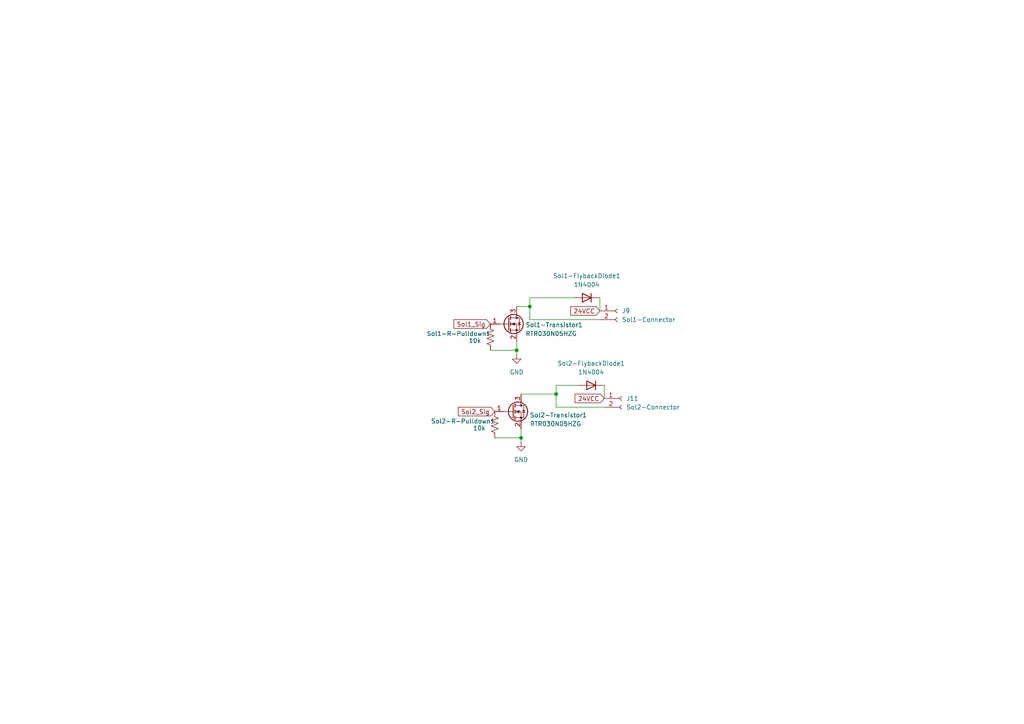
<source format=kicad_sch>
(kicad_sch (version 20250114) (generator "eeschema") (generator_version "9.0")
  (paper "A4")
  (lib_symbols
    (symbol "Connector:Conn_01x02_Socket" (pin_names (offset 1.016) (hide yes))
      (property "Reference" "J" (at 0 2.54 0))
      (property "Value" "Conn_01x02_Socket" (at 0 -5.08 0))
      (symbol "Conn_01x02_Socket_1_1"
        (polyline (pts (xy -1.27 0) (xy -0.508 0)) (stroke (width 0.1524)))
        (polyline (pts (xy -1.27 -2.54) (xy -0.508 -2.54)) (stroke (width 0.1524)))
        (arc (start 0 -0.508) (mid -0.5058 0) (end 0 0.508) (stroke (width 0.1524)))
        (arc (start 0 -3.048) (mid -0.5058 -2.54) (end 0 -2.032) (stroke (width 0.1524)))
        (pin passive line (at -5.08 0 0) (length 3.81) (name "Pin_1") (number "1"))
        (pin passive line (at -5.08 -2.54 0) (length 3.81) (name "Pin_2") (number "2"))
      )
    )
    (symbol "DMG3406L_1" (pin_names (offset 0) (hide yes))
      (property "Reference" "Sol1-Transistor1" (at 5.08 -0.254 0))
      (property "Value" "RTR030N05HZG" (at 5.08 -2.794 0))
      (symbol "DMG3406L_1_0_1"
        (polyline (pts (xy 0.254 1.905) (xy 0.254 -1.905)) (stroke (width 0.254)))
        (polyline (pts (xy 0.254 0) (xy -2.54 0)))
        (polyline (pts (xy 0.762 2.286) (xy 0.762 1.27)) (stroke (width 0.254)))
        (polyline (pts (xy 0.762 0.508) (xy 0.762 -0.508)) (stroke (width 0.254)))
        (polyline (pts (xy 0.762 -1.27) (xy 0.762 -2.286)) (stroke (width 0.254)))
        (polyline (pts (xy 0.762 -1.778) (xy 3.302 -1.778) (xy 3.302 1.778) (xy 0.762 1.778)))
        (polyline (pts (xy 1.016 0) (xy 2.032 0.381) (xy 2.032 -0.381) (xy 1.016 0)) (fill (type outline)))
        (circle (center 1.651 0) (radius 2.794) (stroke (width 0.254)))
        (polyline (pts (xy 2.54 2.54) (xy 2.54 1.778)))
        (circle (center 2.54 1.778) (radius 0.254) (fill (type outline)))
        (circle (center 2.54 -1.778) (radius 0.254) (fill (type outline)))
        (polyline (pts (xy 2.54 -2.54) (xy 2.54 0) (xy 0.762 0)))
        (polyline (pts (xy 2.921 0.381) (xy 3.683 0.381)))
        (polyline (pts (xy 3.302 0.381) (xy 2.921 -0.254) (xy 3.683 -0.254) (xy 3.302 0.381)))
      )
      (symbol "DMG3406L_1_1_1"
        (pin input line (at -5.08 0 0) (length 2.54) (name "G") (number "1"))
        (pin passive line (at 2.54 5.08 270) (length 2.54) (name "D") (number "3"))
        (pin passive line (at 2.54 -5.08 90) (length 2.54) (name "S") (number "2"))
      )
    )
    (symbol "Device:D" (pin_numbers (hide yes)) (pin_names (offset 1.016) (hide yes))
      (property "Reference" "D" (at 0 2.54 0))
      (property "Value" "D" (at 0 -2.54 0))
      (symbol "D_0_1"
        (polyline (pts (xy -1.27 1.27) (xy -1.27 -1.27)) (stroke (width 0.254)))
        (polyline (pts (xy 1.27 1.27) (xy 1.27 -1.27) (xy -1.27 0) (xy 1.27 1.27)) (stroke (width 0.254)))
        (polyline (pts (xy 1.27 0) (xy -1.27 0)))
      )
      (symbol "D_1_1"
        (pin passive line (at -3.81 0 0) (length 2.54) (name "K") (number "1"))
        (pin passive line (at 3.81 0 180) (length 2.54) (name "A") (number "2"))
      )
    )
    (symbol "Device:R_US" (pin_numbers (hide yes)) (pin_names (offset 0))
      (property "Reference" "R" (at 2.54 0 90))
      (property "Value" "R_US" (at -2.54 0 90))
      (symbol "R_US_0_1"
        (polyline (pts (xy 0 2.286) (xy 0 2.54)))
        (polyline (pts (xy 0 2.286) (xy 1.016 1.905) (xy 0 1.524) (xy -1.016 1.143) (xy 0 0.762)))
        (polyline (pts (xy 0 0.762) (xy 1.016 0.381) (xy 0 0) (xy -1.016 -0.381) (xy 0 -0.762)))
        (polyline (pts (xy 0 -0.762) (xy 1.016 -1.143) (xy 0 -1.524) (xy -1.016 -1.905) (xy 0 -2.286)))
        (polyline (pts (xy 0 -2.286) (xy 0 -2.54)))
      )
      (symbol "R_US_1_1"
        (pin passive line (at 0 3.81 270) (length 1.27) (name "~") (number "1"))
        (pin passive line (at 0 -3.81 90) (length 1.27) (name "~") (number "2"))
      )
    )
    (symbol "Transistor_FET:DMG3406L" (pin_names (offset 0) (hide yes))
      (property "Reference" "Sol2-Transistor1" (at 5.08 -1.016 0))
      (property "Value" "RTR030N05HZG" (at 5.08 -3.556 0))
      (symbol "DMG3406L_0_1"
        (polyline (pts (xy 0.254 1.905) (xy 0.254 -1.905)) (stroke (width 0.254)))
        (polyline (pts (xy 0.254 0) (xy -2.54 0)))
        (polyline (pts (xy 0.762 2.286) (xy 0.762 1.27)) (stroke (width 0.254)))
        (polyline (pts (xy 0.762 0.508) (xy 0.762 -0.508)) (stroke (width 0.254)))
        (polyline (pts (xy 0.762 -1.27) (xy 0.762 -2.286)) (stroke (width 0.254)))
        (polyline (pts (xy 0.762 -1.778) (xy 3.302 -1.778) (xy 3.302 1.778) (xy 0.762 1.778)))
        (polyline (pts (xy 1.016 0) (xy 2.032 0.381) (xy 2.032 -0.381) (xy 1.016 0)) (fill (type outline)))
        (circle (center 1.651 0) (radius 2.794) (stroke (width 0.254)))
        (polyline (pts (xy 2.54 2.54) (xy 2.54 1.778)))
        (circle (center 2.54 1.778) (radius 0.254) (fill (type outline)))
        (circle (center 2.54 -1.778) (radius 0.254) (fill (type outline)))
        (polyline (pts (xy 2.54 -2.54) (xy 2.54 0) (xy 0.762 0)))
        (polyline (pts (xy 2.921 0.381) (xy 3.683 0.381)))
        (polyline (pts (xy 3.302 0.381) (xy 2.921 -0.254) (xy 3.683 -0.254) (xy 3.302 0.381)))
      )
      (symbol "DMG3406L_1_1"
        (pin input line (at -5.08 0 0) (length 2.54) (name "G") (number "1"))
        (pin passive line (at 2.54 5.08 270) (length 2.54) (name "D") (number "3"))
        (pin passive line (at 2.54 -5.08 90) (length 2.54) (name "S") (number "2"))
      )
    )
    (symbol "power:GND" (power) (pin_numbers (hide yes)) (pin_names (offset 0) (hide yes))
      (property "Value" "GND" (at 0 -3.81 0))
      (symbol "GND_0_1"
        (polyline (pts (xy 0 0) (xy 0 -1.27) (xy 1.27 -1.27) (xy 0 -2.54) (xy -1.27 -1.27) (xy 0 -1.27)))
      )
      (symbol "GND_1_1"
        (pin power_in line (at 0 0 270) (length 0) (name "~") (number "1"))
      )
    )
  )
  (junction (at 161.29 114.3))
  (junction (at 149.86 101.6))
  (junction (at 153.67 88.9))
  (junction (at 151.13 127))
  (wire (pts (xy 153.67 92.71) (xy 153.67 88.9)))
  (wire (pts (xy 153.67 86.36) (xy 166.37 86.36)))
  (wire (pts (xy 153.67 88.9) (xy 149.86 88.9)))
  (wire (pts (xy 161.29 114.3) (xy 151.13 114.3)))
  (wire (pts (xy 173.99 86.36) (xy 173.99 90.17)))
  (wire (pts (xy 149.86 102.87) (xy 149.86 101.6)))
  (wire (pts (xy 142.24 101.6) (xy 149.86 101.6)))
  (wire (pts (xy 151.13 128.27) (xy 151.13 127)))
  (wire (pts (xy 161.29 111.76) (xy 161.29 114.3)))
  (wire (pts (xy 175.26 111.76) (xy 175.26 115.57)))
  (wire (pts (xy 153.67 86.36) (xy 153.67 88.9)))
  (wire (pts (xy 149.86 101.6) (xy 149.86 99.06)))
  (wire (pts (xy 173.99 92.71) (xy 153.67 92.71)))
  (wire (pts (xy 143.51 127) (xy 151.13 127)))
  (wire (pts (xy 167.64 111.76) (xy 161.29 111.76)))
  (wire (pts (xy 161.29 118.11) (xy 161.29 114.3)))
  (wire (pts (xy 175.26 118.11) (xy 161.29 118.11)))
  (wire (pts (xy 151.13 127) (xy 151.13 124.46)))
  (global_label "24VCC" (shape input) (at 173.99 90.17 180) (property "Intersheetrefs" "${INTERSHEET_REFS}" (effects (hide yes))))
  (global_label "Sol2_Sig" (shape input) (at 143.51 119.38 180) (property "Intersheetrefs" "${INTERSHEET_REFS}" (effects (hide yes))))
  (global_label "Sol1_Sig" (shape input) (at 142.24 93.98 180) (property "Intersheetrefs" "${INTERSHEET_REFS}" (effects (hide yes))))
  (global_label "24VCC" (shape input) (at 175.26 115.57 180) (property "Intersheetrefs" "${INTERSHEET_REFS}" (effects (hide yes))))
  (symbol (lib_name "DMG3406L_1") (lib_id "Transistor_FET:DMG3406L") (at 147.32 93.98 0) (unit 1)
    (property "Reference" "Sol1-Transistor1" (at 152.4 94.234 0) (effects (justify left)))
    (property "Value" "RTR030N05HZG" (at 152.4 96.774 0) (effects (justify left)))
    (property "Footprint" "Package_TO_SOT_SMD:SOT-323_SC-70_Handsoldering" (effects (hide yes)))
    (property "Datasheet" "http://www.diodes.com/assets/Datasheets/DMG3406L.pdf" (effects (hide yes)))
    (property "Description" "3.6A Id, 30V Vds, N-Channel MOSFET, SOT-23" (effects (hide yes)))
  )
  (symbol (lib_id "power:GND") (at 151.13 128.27 0) (unit 1)
    (property "Reference" "#PWR011" (effects (hide yes)))
    (property "Value" "GND" (at 151.13 133.35 0))
    (property "Description" "Power symbol creates a global label with name \"GND\" , ground" (effects (hide yes)))
  )
  (symbol (lib_id "Connector:Conn_01x02_Socket") (at 179.07 90.17 0) (unit 1)
    (property "Reference" "J9" (at 180.34 90.1699 0) (effects (justify left)))
    (property "Value" "Sol1-Connector" (at 180.34 92.7099 0) (effects (justify left)))
    (property "Footprint" "Connector_JST:JST_XH_B2B-XH-A_1x02_P2.50mm_Vertical" (effects (hide yes)))
    (property "Description" "Generic connector, single row, 01x02, script generated" (effects (hide yes)))
  )
  (symbol (lib_id "Connector:Conn_01x02_Socket") (at 180.34 115.57 0) (unit 1)
    (property "Reference" "J11" (at 181.61 115.5699 0) (effects (justify left)))
    (property "Value" "Sol2-Connector" (at 181.61 118.1099 0) (effects (justify left)))
    (property "Footprint" "Connector_JST:JST_XH_B2B-XH-A_1x02_P2.50mm_Vertical" (effects (hide yes)))
    (property "Description" "Generic connector, single row, 01x02, script generated" (effects (hide yes)))
  )
  (symbol (lib_id "Device:R_US") (at 142.24 97.79 180) (unit 1)
    (property "Reference" "Sol1-R-Pulldown1" (at 123.698 96.774 0) (effects (justify right)))
    (property "Value" "10k" (at 135.89 98.806 0) (effects (justify right)))
    (property "Footprint" "Resistor_THT:R_Axial_DIN0207_L6.3mm_D2.5mm_P2.54mm_Vertical" (effects (hide yes)))
    (property "Description" "Resistor, US symbol" (effects (hide yes)))
  )
  (symbol (lib_id "Transistor_FET:DMG3406L") (at 148.59 119.38 0) (unit 1)
    (property "Reference" "Sol2-Transistor1" (at 153.67 120.396 0) (effects (justify left)))
    (property "Value" "RTR030N05HZG" (at 153.67 122.936 0) (effects (justify left)))
    (property "Footprint" "Package_TO_SOT_SMD:SOT-323_SC-70_Handsoldering" (effects (hide yes)))
    (property "Datasheet" "http://www.diodes.com/assets/Datasheets/DMG3406L.pdf" (effects (hide yes)))
    (property "Description" "3.6A Id, 30V Vds, N-Channel MOSFET, SOT-23" (effects (hide yes)))
  )
  (symbol (lib_id "Device:D") (at 171.45 111.76 180) (unit 1)
    (property "Reference" "Sol2-FlybackDiode1" (at 171.45 105.41 0))
    (property "Value" "1N4004" (at 171.45 107.95 0))
    (property "Footprint" "Diode_THT:D_DO-41_SOD81_P2.54mm_Vertical_KathodeUp" (effects (hide yes)))
    (property "Description" "Diode" (effects (hide yes)))
    (property "Sim.Device" "D" (effects (hide yes)))
    (property "Sim.Pins" "1=K 2=A" (effects (hide yes)))
  )
  (symbol (lib_id "Device:R_US") (at 143.51 123.19 180) (unit 1)
    (property "Reference" "Sol2-R-Pulldown1" (at 124.968 122.174 0) (effects (justify right)))
    (property "Value" "10k" (at 137.16 124.206 0) (effects (justify right)))
    (property "Footprint" "Resistor_THT:R_Axial_DIN0207_L6.3mm_D2.5mm_P2.54mm_Vertical" (effects (hide yes)))
    (property "Description" "Resistor, US symbol" (effects (hide yes)))
  )
  (symbol (lib_id "power:GND") (at 149.86 102.87 0) (unit 1)
    (property "Reference" "#PWR09" (effects (hide yes)))
    (property "Value" "GND" (at 149.86 107.95 0))
    (property "Description" "Power symbol creates a global label with name \"GND\" , ground" (effects (hide yes)))
  )
  (symbol (lib_id "Device:D") (at 170.18 86.36 180) (unit 1)
    (property "Reference" "Sol1-FlybackDiode1" (at 170.18 80.01 0))
    (property "Value" "1N4004" (at 170.18 82.55 0))
    (property "Footprint" "Diode_THT:D_DO-41_SOD81_P2.54mm_Vertical_KathodeUp" (effects (hide yes)))
    (property "Description" "Diode" (effects (hide yes)))
    (property "Sim.Device" "D" (effects (hide yes)))
    (property "Sim.Pins" "1=K 2=A" (effects (hide yes)))
  )
)
</source>
